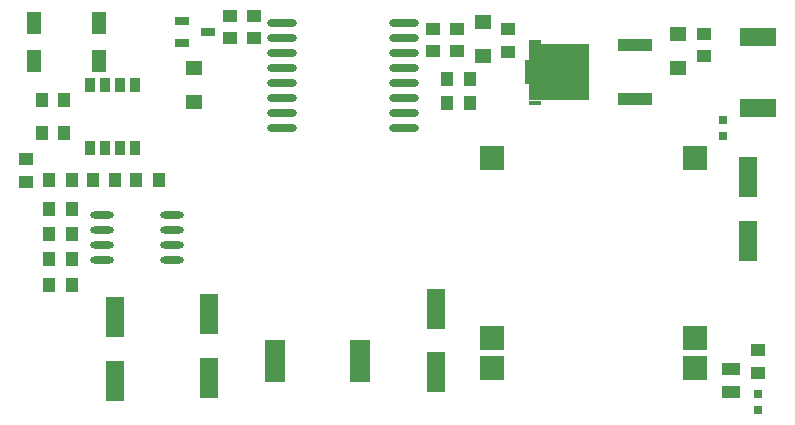
<source format=gtp>
%FSLAX25Y25*%
%MOIN*%
G70*
G01*
G75*
G04 Layer_Color=8421504*
%ADD10R,0.07087X0.14173*%
%ADD11R,0.03937X0.04724*%
%ADD12R,0.06299X0.13780*%
%ADD13O,0.07874X0.02400*%
%ADD14O,0.07874X0.02402*%
%ADD15R,0.03465X0.05000*%
%ADD16R,0.05512X0.04724*%
%ADD17R,0.04724X0.03937*%
%ADD18R,0.05118X0.07480*%
%ADD19R,0.04724X0.03150*%
%ADD20R,0.08268X0.07874*%
%ADD21R,0.03150X0.03150*%
%ADD22R,0.06299X0.03937*%
%ADD23R,0.20079X0.18898*%
%ADD24R,0.11811X0.03937*%
%ADD25R,0.01575X0.07874*%
%ADD26R,0.03937X0.01575*%
%ADD27O,0.10000X0.02400*%
%ADD28O,0.10000X0.02402*%
%ADD29R,0.12205X0.06102*%
%ADD30C,0.02000*%
%ADD31C,0.02500*%
%ADD32C,0.03000*%
%ADD33C,0.02362*%
%ADD34C,0.05000*%
%ADD35C,0.03500*%
%ADD36C,0.02200*%
%ADD37C,0.01000*%
%ADD38C,0.04000*%
%ADD39C,0.07000*%
%ADD40C,0.02400*%
%ADD41C,0.06000*%
%ADD42C,0.04500*%
%ADD43C,0.05906*%
%ADD44R,0.05906X0.05906*%
%ADD45C,0.19685*%
%ADD46C,0.07874*%
%ADD47R,0.07874X0.07874*%
%ADD48C,0.00787*%
%ADD49C,0.07480*%
%ADD50R,0.07480X0.07480*%
%ADD51C,0.03543*%
%ADD52R,0.09055X0.05512*%
%ADD53R,0.07874X0.03937*%
%ADD54R,0.11811X0.15748*%
%ADD55R,0.03937X0.02362*%
%ADD56C,0.00787*%
%ADD57C,0.01969*%
%ADD58C,0.01575*%
%ADD59C,0.01181*%
%ADD60C,0.00394*%
D10*
X177559Y22047D02*
D03*
X149213D02*
D03*
D11*
X81299Y82284D02*
D03*
X73819D02*
D03*
X88386Y82284D02*
D03*
X95866D02*
D03*
X102953D02*
D03*
X110433D02*
D03*
X73819Y64173D02*
D03*
X81299D02*
D03*
X78937Y98032D02*
D03*
X71457D02*
D03*
Y109055D02*
D03*
X78937D02*
D03*
X81299Y47244D02*
D03*
X73819D02*
D03*
X81299Y55905D02*
D03*
X73819D02*
D03*
Y72441D02*
D03*
X81299D02*
D03*
X206496Y115748D02*
D03*
X213976D02*
D03*
Y107874D02*
D03*
X206496D02*
D03*
D12*
X127165Y37402D02*
D03*
Y16142D02*
D03*
X306693Y83071D02*
D03*
Y61811D02*
D03*
X202756Y18110D02*
D03*
Y39370D02*
D03*
X95669Y36614D02*
D03*
Y15354D02*
D03*
D13*
X114961Y55512D02*
D03*
Y65512D02*
D03*
Y70512D02*
D03*
X91339D02*
D03*
Y65512D02*
D03*
Y60512D02*
D03*
D14*
X114961D02*
D03*
X91339Y55512D02*
D03*
D15*
X87362Y93032D02*
D03*
X92362D02*
D03*
X97362D02*
D03*
X102362D02*
D03*
X87362Y113779D02*
D03*
X92362D02*
D03*
X97362D02*
D03*
X102362D02*
D03*
D16*
X122047Y108071D02*
D03*
Y119488D02*
D03*
X218504Y123425D02*
D03*
Y134843D02*
D03*
X283465Y119488D02*
D03*
Y130905D02*
D03*
D17*
X134252Y137008D02*
D03*
Y129528D02*
D03*
X66142Y81693D02*
D03*
Y89173D02*
D03*
X142126Y137008D02*
D03*
Y129528D02*
D03*
X226772Y132480D02*
D03*
Y125000D02*
D03*
X292126Y130905D02*
D03*
Y123425D02*
D03*
X209842Y125197D02*
D03*
Y132677D02*
D03*
X201772D02*
D03*
Y125197D02*
D03*
X310039Y17913D02*
D03*
Y25394D02*
D03*
D18*
X90551Y122047D02*
D03*
X68898D02*
D03*
X90551Y134646D02*
D03*
X68898D02*
D03*
D19*
X118111Y127756D02*
D03*
Y135236D02*
D03*
X126772Y131496D02*
D03*
D20*
X289252Y19567D02*
D03*
X221457D02*
D03*
Y29567D02*
D03*
Y89567D02*
D03*
X289252D02*
D03*
Y29567D02*
D03*
D21*
X310236Y11024D02*
D03*
Y5512D02*
D03*
X298425Y102362D02*
D03*
Y96850D02*
D03*
D22*
X301181Y19291D02*
D03*
Y11417D02*
D03*
D23*
X243898Y118110D02*
D03*
D24*
X269291Y109114D02*
D03*
Y127106D02*
D03*
D25*
X233071Y118110D02*
D03*
D26*
X235827Y107874D02*
D03*
Y128347D02*
D03*
D27*
X192126Y104646D02*
D03*
X151575D02*
D03*
Y129646D02*
D03*
Y124646D02*
D03*
Y119646D02*
D03*
Y114646D02*
D03*
Y109646D02*
D03*
Y99646D02*
D03*
X192126D02*
D03*
Y109646D02*
D03*
Y114646D02*
D03*
Y119646D02*
D03*
Y124646D02*
D03*
X151575Y134646D02*
D03*
D28*
X192126Y129646D02*
D03*
Y134646D02*
D03*
D29*
X310236Y106299D02*
D03*
Y129921D02*
D03*
M02*

</source>
